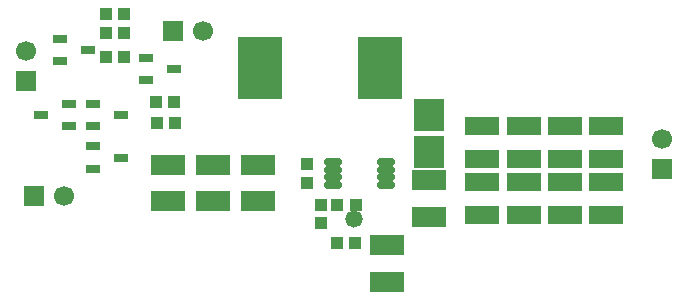
<source format=gts>
G04*
G04 #@! TF.GenerationSoftware,Altium Limited,Altium Designer,19.1.8 (144)*
G04*
G04 Layer_Color=8388736*
%FSLAX42Y42*%
%MOMM*%
G71*
G01*
G75*
%ADD22R,1.20X0.80*%
%ADD23R,1.05X1.10*%
%ADD24R,3.80X5.30*%
%ADD25O,1.55X0.70*%
%ADD26R,1.10X1.05*%
%ADD27R,3.00X1.70*%
%ADD28R,2.60X2.75*%
%ADD29R,2.90X1.50*%
%ADD30R,1.70X1.70*%
%ADD31C,1.70*%
%ADD32R,1.70X1.70*%
%ADD33C,1.47*%
D22*
X1540Y2192D02*
D03*
X1300Y2098D02*
D03*
Y2288D02*
D03*
X1093Y1805D02*
D03*
X852Y1710D02*
D03*
Y1900D02*
D03*
Y1538D02*
D03*
Y1348D02*
D03*
X1093Y1443D02*
D03*
X650Y1710D02*
D03*
Y1900D02*
D03*
X410Y1805D02*
D03*
X570Y2448D02*
D03*
Y2258D02*
D03*
X810Y2352D02*
D03*
D23*
X1393Y1735D02*
D03*
X1548D02*
D03*
X1543Y1912D02*
D03*
X1388D02*
D03*
X965Y2295D02*
D03*
X1120D02*
D03*
X1115Y2502D02*
D03*
X960D02*
D03*
X962Y2662D02*
D03*
X1118D02*
D03*
X3073Y725D02*
D03*
X2917D02*
D03*
X3077Y1043D02*
D03*
X2923D02*
D03*
D24*
X3280Y2200D02*
D03*
X2270D02*
D03*
D25*
X2888Y1407D02*
D03*
Y1343D02*
D03*
Y1277D02*
D03*
Y1212D02*
D03*
X3333Y1407D02*
D03*
Y1343D02*
D03*
Y1277D02*
D03*
Y1212D02*
D03*
D26*
X2662Y1232D02*
D03*
Y1388D02*
D03*
X2785Y890D02*
D03*
Y1045D02*
D03*
D27*
X2248Y1075D02*
D03*
Y1385D02*
D03*
X1485Y1075D02*
D03*
Y1385D02*
D03*
X1867Y1075D02*
D03*
Y1385D02*
D03*
X3700Y945D02*
D03*
Y1255D02*
D03*
X3345Y703D02*
D03*
Y392D02*
D03*
D28*
X3700Y1805D02*
D03*
Y1495D02*
D03*
D29*
X5200Y1240D02*
D03*
Y960D02*
D03*
X4850Y1240D02*
D03*
Y960D02*
D03*
X4500Y1240D02*
D03*
Y960D02*
D03*
X4150Y1240D02*
D03*
Y960D02*
D03*
X5200Y1430D02*
D03*
Y1710D02*
D03*
X4850Y1430D02*
D03*
Y1710D02*
D03*
X4500Y1430D02*
D03*
Y1710D02*
D03*
X4150Y1430D02*
D03*
Y1710D02*
D03*
D30*
X351Y1120D02*
D03*
X1528Y2512D02*
D03*
D31*
X605Y1120D02*
D03*
X1783Y2512D02*
D03*
X290Y2348D02*
D03*
X5669Y1605D02*
D03*
D32*
X290Y2093D02*
D03*
X5669Y1351D02*
D03*
D33*
X3062Y923D02*
D03*
M02*

</source>
